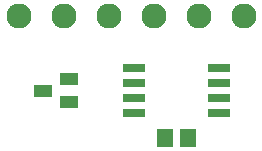
<source format=gbr>
G04 EAGLE Gerber RS-274X export*
G75*
%MOMM*%
%FSLAX34Y34*%
%LPD*%
%INSoldermask Top*%
%IPPOS*%
%AMOC8*
5,1,8,0,0,1.08239X$1,22.5*%
G01*
%ADD10R,1.427000X1.627000*%
%ADD11R,1.527000X1.127000*%
%ADD12R,1.877000X0.736600*%
%ADD13C,2.127000*%


D10*
X161900Y80645D03*
X142900Y80645D03*
D11*
X39800Y120650D03*
X61800Y130150D03*
X61800Y111150D03*
D12*
X188650Y101600D03*
X188650Y114300D03*
X188650Y127000D03*
X188650Y139700D03*
X116150Y139700D03*
X116150Y127000D03*
X116150Y114300D03*
X116150Y101600D03*
D13*
X209550Y184150D03*
X57150Y184150D03*
X19050Y184150D03*
X95250Y184150D03*
X133350Y184150D03*
X171450Y184150D03*
M02*

</source>
